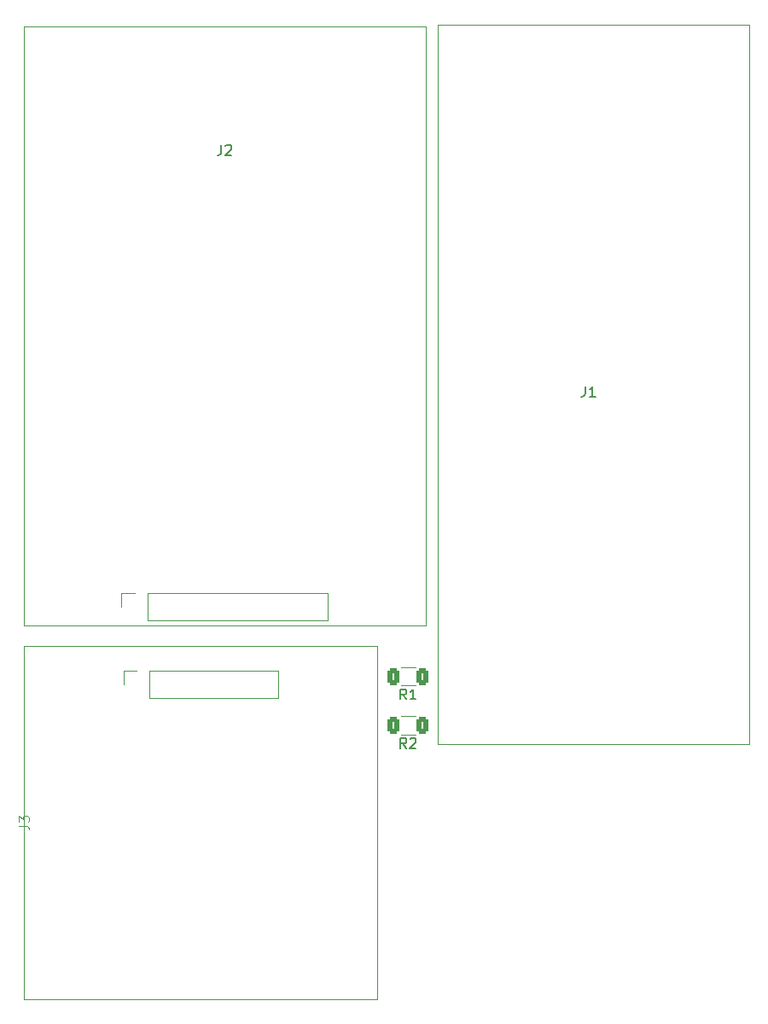
<source format=gto>
%TF.GenerationSoftware,KiCad,Pcbnew,7.0.5*%
%TF.CreationDate,2024-03-29T22:25:32-04:00*%
%TF.ProjectId,UWB_PCB,5557425f-5043-4422-9e6b-696361645f70,rev?*%
%TF.SameCoordinates,Original*%
%TF.FileFunction,Legend,Top*%
%TF.FilePolarity,Positive*%
%FSLAX46Y46*%
G04 Gerber Fmt 4.6, Leading zero omitted, Abs format (unit mm)*
G04 Created by KiCad (PCBNEW 7.0.5) date 2024-03-29 22:25:32*
%MOMM*%
%LPD*%
G01*
G04 APERTURE LIST*
G04 Aperture macros list*
%AMRoundRect*
0 Rectangle with rounded corners*
0 $1 Rounding radius*
0 $2 $3 $4 $5 $6 $7 $8 $9 X,Y pos of 4 corners*
0 Add a 4 corners polygon primitive as box body*
4,1,4,$2,$3,$4,$5,$6,$7,$8,$9,$2,$3,0*
0 Add four circle primitives for the rounded corners*
1,1,$1+$1,$2,$3*
1,1,$1+$1,$4,$5*
1,1,$1+$1,$6,$7*
1,1,$1+$1,$8,$9*
0 Add four rect primitives between the rounded corners*
20,1,$1+$1,$2,$3,$4,$5,0*
20,1,$1+$1,$4,$5,$6,$7,0*
20,1,$1+$1,$6,$7,$8,$9,0*
20,1,$1+$1,$8,$9,$2,$3,0*%
G04 Aperture macros list end*
%ADD10C,0.150000*%
%ADD11C,0.100000*%
%ADD12C,0.120000*%
%ADD13RoundRect,0.250000X0.312500X0.625000X-0.312500X0.625000X-0.312500X-0.625000X0.312500X-0.625000X0*%
%ADD14R,1.700000X1.700000*%
%ADD15O,1.700000X1.700000*%
G04 APERTURE END LIST*
D10*
%TO.C,R1*%
X157133333Y-121924819D02*
X156800000Y-121448628D01*
X156561905Y-121924819D02*
X156561905Y-120924819D01*
X156561905Y-120924819D02*
X156942857Y-120924819D01*
X156942857Y-120924819D02*
X157038095Y-120972438D01*
X157038095Y-120972438D02*
X157085714Y-121020057D01*
X157085714Y-121020057D02*
X157133333Y-121115295D01*
X157133333Y-121115295D02*
X157133333Y-121258152D01*
X157133333Y-121258152D02*
X157085714Y-121353390D01*
X157085714Y-121353390D02*
X157038095Y-121401009D01*
X157038095Y-121401009D02*
X156942857Y-121448628D01*
X156942857Y-121448628D02*
X156561905Y-121448628D01*
X158085714Y-121924819D02*
X157514286Y-121924819D01*
X157800000Y-121924819D02*
X157800000Y-120924819D01*
X157800000Y-120924819D02*
X157704762Y-121067676D01*
X157704762Y-121067676D02*
X157609524Y-121162914D01*
X157609524Y-121162914D02*
X157514286Y-121210533D01*
%TO.C,R2*%
X157133333Y-126774819D02*
X156800000Y-126298628D01*
X156561905Y-126774819D02*
X156561905Y-125774819D01*
X156561905Y-125774819D02*
X156942857Y-125774819D01*
X156942857Y-125774819D02*
X157038095Y-125822438D01*
X157038095Y-125822438D02*
X157085714Y-125870057D01*
X157085714Y-125870057D02*
X157133333Y-125965295D01*
X157133333Y-125965295D02*
X157133333Y-126108152D01*
X157133333Y-126108152D02*
X157085714Y-126203390D01*
X157085714Y-126203390D02*
X157038095Y-126251009D01*
X157038095Y-126251009D02*
X156942857Y-126298628D01*
X156942857Y-126298628D02*
X156561905Y-126298628D01*
X157514286Y-125870057D02*
X157561905Y-125822438D01*
X157561905Y-125822438D02*
X157657143Y-125774819D01*
X157657143Y-125774819D02*
X157895238Y-125774819D01*
X157895238Y-125774819D02*
X157990476Y-125822438D01*
X157990476Y-125822438D02*
X158038095Y-125870057D01*
X158038095Y-125870057D02*
X158085714Y-125965295D01*
X158085714Y-125965295D02*
X158085714Y-126060533D01*
X158085714Y-126060533D02*
X158038095Y-126203390D01*
X158038095Y-126203390D02*
X157466667Y-126774819D01*
X157466667Y-126774819D02*
X158085714Y-126774819D01*
%TO.C,J2*%
X138766666Y-66914819D02*
X138766666Y-67629104D01*
X138766666Y-67629104D02*
X138719047Y-67771961D01*
X138719047Y-67771961D02*
X138623809Y-67867200D01*
X138623809Y-67867200D02*
X138480952Y-67914819D01*
X138480952Y-67914819D02*
X138385714Y-67914819D01*
X139195238Y-67010057D02*
X139242857Y-66962438D01*
X139242857Y-66962438D02*
X139338095Y-66914819D01*
X139338095Y-66914819D02*
X139576190Y-66914819D01*
X139576190Y-66914819D02*
X139671428Y-66962438D01*
X139671428Y-66962438D02*
X139719047Y-67010057D01*
X139719047Y-67010057D02*
X139766666Y-67105295D01*
X139766666Y-67105295D02*
X139766666Y-67200533D01*
X139766666Y-67200533D02*
X139719047Y-67343390D01*
X139719047Y-67343390D02*
X139147619Y-67914819D01*
X139147619Y-67914819D02*
X139766666Y-67914819D01*
%TO.C,J1*%
X174881666Y-90904819D02*
X174881666Y-91619104D01*
X174881666Y-91619104D02*
X174834047Y-91761961D01*
X174834047Y-91761961D02*
X174738809Y-91857200D01*
X174738809Y-91857200D02*
X174595952Y-91904819D01*
X174595952Y-91904819D02*
X174500714Y-91904819D01*
X175881666Y-91904819D02*
X175310238Y-91904819D01*
X175595952Y-91904819D02*
X175595952Y-90904819D01*
X175595952Y-90904819D02*
X175500714Y-91047676D01*
X175500714Y-91047676D02*
X175405476Y-91142914D01*
X175405476Y-91142914D02*
X175310238Y-91190533D01*
D11*
%TO.C,J3*%
X118681419Y-134483333D02*
X119395704Y-134483333D01*
X119395704Y-134483333D02*
X119538561Y-134530952D01*
X119538561Y-134530952D02*
X119633800Y-134626190D01*
X119633800Y-134626190D02*
X119681419Y-134769047D01*
X119681419Y-134769047D02*
X119681419Y-134864285D01*
X118681419Y-134102380D02*
X118681419Y-133483333D01*
X118681419Y-133483333D02*
X119062371Y-133816666D01*
X119062371Y-133816666D02*
X119062371Y-133673809D01*
X119062371Y-133673809D02*
X119109990Y-133578571D01*
X119109990Y-133578571D02*
X119157609Y-133530952D01*
X119157609Y-133530952D02*
X119252847Y-133483333D01*
X119252847Y-133483333D02*
X119490942Y-133483333D01*
X119490942Y-133483333D02*
X119586180Y-133530952D01*
X119586180Y-133530952D02*
X119633800Y-133578571D01*
X119633800Y-133578571D02*
X119681419Y-133673809D01*
X119681419Y-133673809D02*
X119681419Y-133959523D01*
X119681419Y-133959523D02*
X119633800Y-134054761D01*
X119633800Y-134054761D02*
X119586180Y-134102380D01*
D12*
%TO.C,R1*%
X158027064Y-120560000D02*
X156572936Y-120560000D01*
X158027064Y-118740000D02*
X156572936Y-118740000D01*
%TO.C,R2*%
X158027064Y-125410000D02*
X156572936Y-125410000D01*
X158027064Y-123590000D02*
X156572936Y-123590000D01*
D11*
%TO.C,J2*%
X119155000Y-55130000D02*
X119155000Y-114570000D01*
D12*
X128880001Y-111410000D02*
X128880001Y-112740000D01*
X130210001Y-111410000D02*
X128880001Y-111410000D01*
X131480000Y-111410000D02*
X131480000Y-114070000D01*
X131480000Y-111410000D02*
X149320000Y-111410000D01*
X131480000Y-114070000D02*
X149320000Y-114070000D01*
X149320000Y-111410000D02*
X149320000Y-114070000D01*
D11*
X119155000Y-55130000D02*
X159045000Y-55130000D01*
X159045000Y-55130000D02*
X159045000Y-114570000D01*
X159045000Y-114570000D02*
X119155000Y-114570000D01*
X119155000Y-114570000D02*
X119155000Y-55130000D01*
%TO.C,J1*%
X160250000Y-55000000D02*
X160250000Y-56500000D01*
X160250000Y-55000000D02*
X190180000Y-55000000D01*
X160250000Y-56500000D02*
X160250000Y-126400000D01*
X160250000Y-126400000D02*
X190180000Y-126400000D01*
X190180000Y-55000000D02*
X191180000Y-55000000D01*
X190180000Y-126400000D02*
X191180000Y-126400000D01*
X191180000Y-55000000D02*
X191180000Y-56500000D01*
X191180000Y-56500000D02*
X191180000Y-126400000D01*
%TO.C,J3*%
X154276000Y-151676000D02*
X154276000Y-116624000D01*
D12*
X131670000Y-121764000D02*
X144430000Y-121764000D01*
X131670000Y-121764000D02*
X131670000Y-119104000D01*
X144430000Y-121764000D02*
X144430000Y-119104000D01*
X129070000Y-120434000D02*
X129070000Y-119104000D01*
X129070000Y-119104000D02*
X130400000Y-119104000D01*
X131670000Y-119104000D02*
X144430000Y-119104000D01*
D11*
X119224000Y-116624000D02*
X154276000Y-116624000D01*
X154276000Y-116624000D02*
X119224000Y-116624000D01*
X119224000Y-151676000D02*
X154276000Y-151676000D01*
X154276000Y-151676000D02*
X154276000Y-116624000D01*
X154276000Y-116624000D02*
X119224000Y-116624000D01*
X119224000Y-116624000D02*
X119224000Y-151676000D01*
%TD*%
%LPC*%
D13*
%TO.C,R1*%
X158762500Y-119650000D03*
X155837500Y-119650000D03*
%TD*%
%TO.C,R2*%
X158762500Y-124500000D03*
X155837500Y-124500000D03*
%TD*%
D14*
%TO.C,J2*%
X130210001Y-112740000D03*
D15*
X132750001Y-112740000D03*
X135290001Y-112740000D03*
X137830000Y-112740000D03*
X140370001Y-112740000D03*
X142910001Y-112740000D03*
X145450001Y-112740000D03*
X147990001Y-112740000D03*
%TD*%
D14*
%TO.C,J1*%
X161600000Y-60500000D03*
D15*
X161600000Y-63040000D03*
X161600000Y-65580000D03*
X161600000Y-68120000D03*
X161600000Y-70660000D03*
X161600000Y-73200000D03*
X161600000Y-75740000D03*
X161600000Y-78280000D03*
X161600000Y-80820000D03*
X161600000Y-83360000D03*
X161600000Y-85900000D03*
X161600000Y-88440000D03*
X161600000Y-90980000D03*
X161600000Y-93520000D03*
X161600000Y-96060000D03*
X161600000Y-98600000D03*
X161600000Y-101140000D03*
X161600000Y-103680000D03*
X161600000Y-106220000D03*
X161600000Y-108760000D03*
D14*
X189830000Y-60500000D03*
D15*
X189830000Y-63040000D03*
X189830000Y-65580000D03*
X189830000Y-68120000D03*
X189830000Y-70660000D03*
X189830000Y-73200000D03*
X189830000Y-75740000D03*
X189830000Y-78280000D03*
X189830000Y-80820000D03*
X189830000Y-83360000D03*
X189830000Y-85900000D03*
X189830000Y-88440000D03*
%TD*%
D14*
%TO.C,J3*%
X130400000Y-120434000D03*
D15*
X132940000Y-120434000D03*
X135480000Y-120434000D03*
X138020000Y-120434000D03*
X140560000Y-120434000D03*
X143100000Y-120434000D03*
%TD*%
%LPD*%
M02*

</source>
